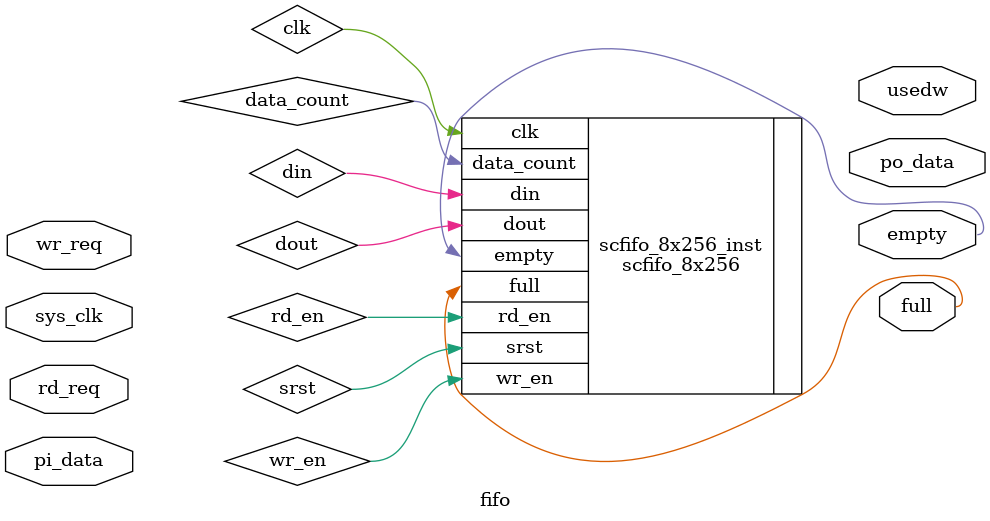
<source format=v>
`timescale 1ns / 1ps


module fifo(
    input wire sys_clk,
    input wire [7:0] pi_data,
    input wire rd_req,
    input wire wr_req,

    output wire empty,
    output wire full,
    output wire [7:0] po_data,
    output wire [7:0] usedw
);
    
    scfifo_8x256 scfifo_8x256_inst (
    .clk(clk),                // input wire clk
    .srst(srst),              // input wire srst
    .din(din),                // input wire [7 : 0] din
    .wr_en(wr_en),            // input wire wr_en
    .rd_en(rd_en),            // input wire rd_en
    
    .dout(dout),              // output wire [7 : 0] dout
    .full(full),              // output wire full
    .empty(empty),            // output wire empty
    .data_count(data_count)  // output wire [7 : 0] data_count
    );
endmodule

</source>
